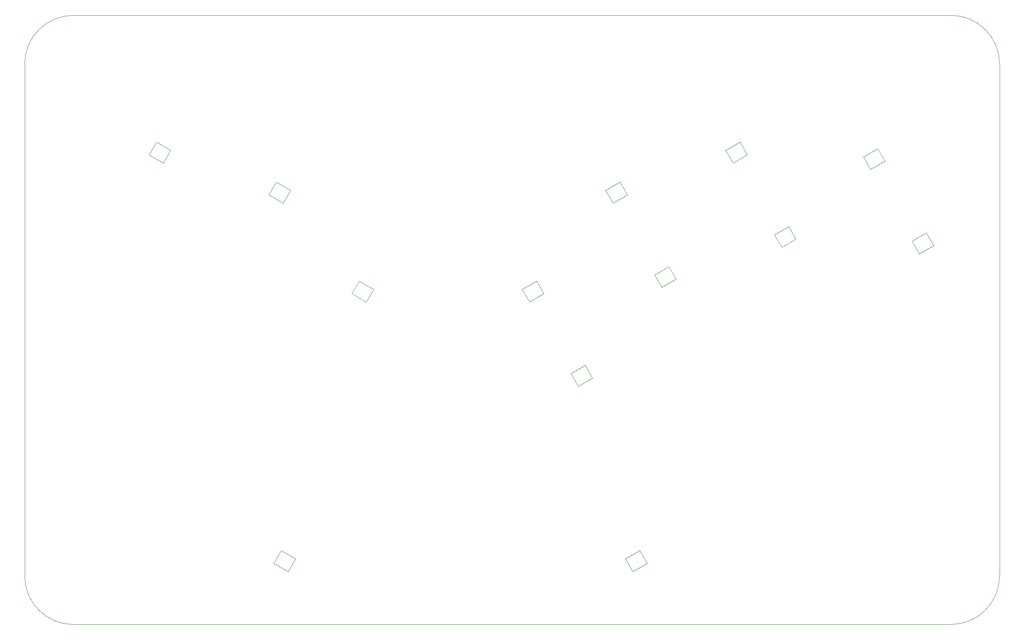
<source format=gm1>
%TF.GenerationSoftware,KiCad,Pcbnew,7.0.2*%
%TF.CreationDate,2023-06-22T21:43:47+09:00*%
%TF.ProjectId,mana-board-kicad,6d616e61-2d62-46f6-9172-642d6b696361,rev?*%
%TF.SameCoordinates,Original*%
%TF.FileFunction,Profile,NP*%
%FSLAX46Y46*%
G04 Gerber Fmt 4.6, Leading zero omitted, Abs format (unit mm)*
G04 Created by KiCad (PCBNEW 7.0.2) date 2023-06-22 21:43:47*
%MOMM*%
%LPD*%
G01*
G04 APERTURE LIST*
%TA.AperFunction,Profile*%
%ADD10C,0.100000*%
%TD*%
%TA.AperFunction,Profile*%
%ADD11C,0.120000*%
%TD*%
G04 APERTURE END LIST*
D10*
X255750000Y-148000000D02*
X255750000Y-43000000D01*
X65750000Y-33000000D02*
G75*
G03*
X55750000Y-43000000I0J-10000000D01*
G01*
X65750000Y-158000000D02*
X245750000Y-158000000D01*
X55750000Y-43000000D02*
X55750000Y-148000000D01*
X245750000Y-33000000D02*
X65750000Y-33000000D01*
X245750000Y-158000000D02*
G75*
G03*
X255750000Y-148000000I0J10000000D01*
G01*
X55750000Y-148000000D02*
G75*
G03*
X65750000Y-158000000I10000000J0D01*
G01*
X255750000Y-43000000D02*
G75*
G03*
X245750000Y-33000000I-10000000J0D01*
G01*
D11*
%TO.C,D13*%
X183423338Y-145395189D02*
X181923338Y-142797113D01*
X181923338Y-142797113D02*
X178978852Y-144497113D01*
X180478852Y-147095189D02*
X183423338Y-145395189D01*
X178978852Y-144497113D02*
X180478852Y-147095189D01*
%TO.C,D7*%
X203972243Y-61592632D02*
X202472243Y-58994556D01*
X202472243Y-58994556D02*
X199527757Y-60694556D01*
X201027757Y-63292632D02*
X203972243Y-61592632D01*
X199527757Y-60694556D02*
X201027757Y-63292632D01*
%TO.C,D5*%
X162235337Y-90094188D02*
X160735337Y-87496112D01*
X160735337Y-87496112D02*
X157790851Y-89196112D01*
X159290851Y-91794188D02*
X162235337Y-90094188D01*
X157790851Y-89196112D02*
X159290851Y-91794188D01*
%TO.C,D10*%
X189385972Y-87120467D02*
X187885972Y-84522391D01*
X187885972Y-84522391D02*
X184941486Y-86222391D01*
X186441486Y-88820467D02*
X189385972Y-87120467D01*
X184941486Y-86222391D02*
X186441486Y-88820467D01*
%TO.C,D9*%
X172235337Y-107414696D02*
X170735337Y-104816620D01*
X170735337Y-104816620D02*
X167790851Y-106516620D01*
X169290851Y-109114696D02*
X172235337Y-107414696D01*
X167790851Y-106516620D02*
X169290851Y-109114696D01*
%TO.C,D8*%
X232222244Y-62898036D02*
X230722244Y-60299960D01*
X230722244Y-60299960D02*
X227777758Y-61999960D01*
X229277758Y-64598036D02*
X232222244Y-62898036D01*
X227777758Y-61999960D02*
X229277758Y-64598036D01*
%TO.C,D6*%
X179385972Y-69799958D02*
X177885972Y-67201882D01*
X177885972Y-67201882D02*
X174941486Y-68901882D01*
X176441486Y-71499958D02*
X179385972Y-69799958D01*
X174941486Y-68901882D02*
X176441486Y-71499958D01*
%TO.C,D11*%
X213972243Y-78913140D02*
X212472243Y-76315064D01*
X212472243Y-76315064D02*
X209527757Y-78015064D01*
X211027757Y-80613140D02*
X213972243Y-78913140D01*
X209527757Y-78015064D02*
X211027757Y-80613140D01*
%TO.C,D4*%
X125805338Y-91794189D02*
X127305338Y-89196113D01*
X127305338Y-89196113D02*
X124360852Y-87496113D01*
X122860852Y-90094189D02*
X125805338Y-91794189D01*
X124360852Y-87496113D02*
X122860852Y-90094189D01*
%TO.C,D12*%
X242222243Y-80218544D02*
X240722243Y-77620468D01*
X240722243Y-77620468D02*
X237777757Y-79320468D01*
X239277757Y-81918544D02*
X242222243Y-80218544D01*
X237777757Y-79320468D02*
X239277757Y-81918544D01*
%TO.C,D3*%
X108771467Y-71494011D02*
X110271467Y-68895935D01*
X110271467Y-68895935D02*
X107326981Y-67195935D01*
X105826981Y-69794011D02*
X108771467Y-71494011D01*
X107326981Y-67195935D02*
X105826981Y-69794011D01*
%TO.C,D1*%
X84190918Y-63269473D02*
X85690918Y-60671397D01*
X85690918Y-60671397D02*
X82746432Y-58971397D01*
X81246432Y-61569473D02*
X84190918Y-63269473D01*
X82746432Y-58971397D02*
X81246432Y-61569473D01*
%TO.C,D2*%
X109784420Y-147095459D02*
X111284420Y-144497383D01*
X111284420Y-144497383D02*
X108339934Y-142797383D01*
X106839934Y-145395459D02*
X109784420Y-147095459D01*
X108339934Y-142797383D02*
X106839934Y-145395459D01*
%TD*%
M02*

</source>
